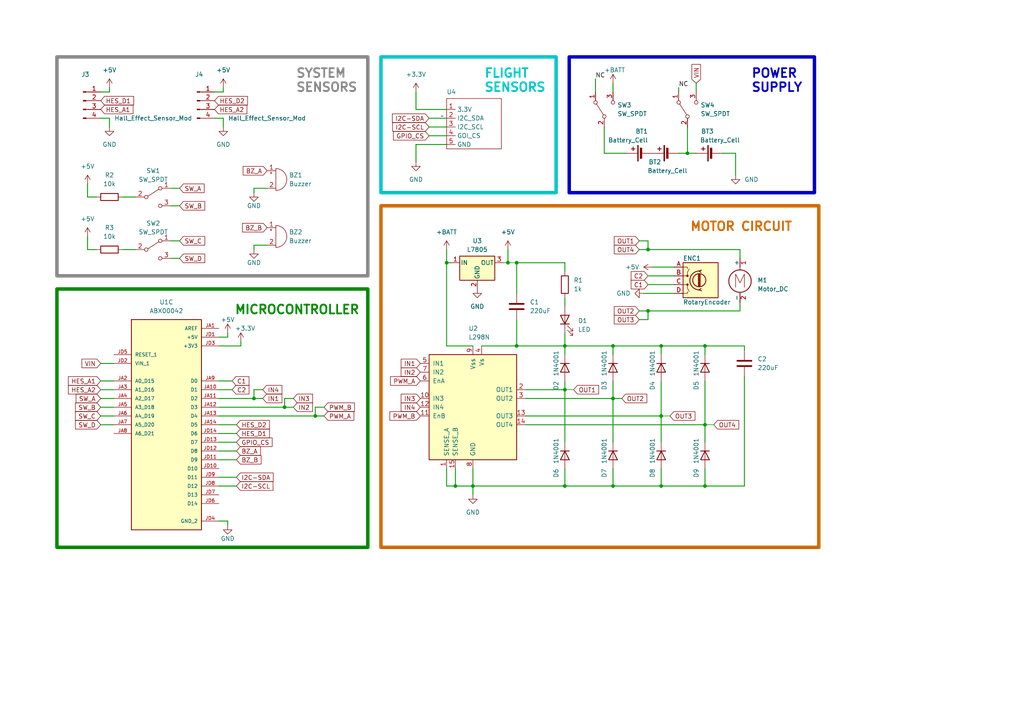
<source format=kicad_sch>
(kicad_sch (version 20230121) (generator eeschema)
  (paper "A4")
  (lib_symbols
    (symbol "ABX00042_1" (pin_names (offset 1.016))
      (property "Reference" "U" (at -20.32 52.07 0))
      (property "Value" "ABX00042" (at -20.32 -53.34 0))
      (symbol "ABX00042_1_1_0"
        (pin input line (at -25.4 38.1 0) (length 5.08) (name "ETH_A+") (number "J1_1"))
        (pin bidirectional line (at 25.4 38.1 180) (length 5.08) (name "DSI_D1+") (number "J1_10"))
        (pin no_connect line (at 25.4 -43.18 180) (length 5.08) (name "NC") (number "J1_11"))
        (pin bidirectional line (at 25.4 35.56 180) (length 5.08) (name "DSI_D1-") (number "J1_12"))
        (pin no_connect line (at 25.4 -43.18 180) (length 5.08) (name "NC") (number "J1_13"))
        (pin bidirectional line (at 25.4 33.02 180) (length 5.08) (name "DSI_D0+") (number "J1_14"))
        (pin no_connect line (at 25.4 -43.18 180) (length 5.08) (name "NC") (number "J1_15"))
        (pin bidirectional line (at 25.4 30.48 180) (length 5.08) (name "DSI_D0-") (number "J1_16"))
        (pin output line (at -25.4 27.94 0) (length 5.08) (name "ETH_L1") (number "J1_17"))
        (pin bidirectional line (at 25.4 27.94 180) (length 5.08) (name "DSI_CK+") (number "J1_18"))
        (pin output line (at -25.4 25.4 0) (length 5.08) (name "ETH_L2") (number "J1_19"))
        (pin no_connect line (at 25.4 -43.18 180) (length 5.08) (name "NC") (number "J1_2"))
        (pin bidirectional line (at 25.4 25.4 180) (length 5.08) (name "DSI_CK-") (number "J1_20"))
        (pin input line (at -25.4 43.18 0) (length 5.08) (name "VIN") (number "J1_21"))
        (pin power_in line (at 25.4 -48.26 180) (length 5.08) (name "GND") (number "J1_22"))
        (pin power_in line (at -25.4 20.32 0) (length 5.08) (name "USB1_VBUS") (number "J1_23"))
        (pin no_connect line (at 25.4 -43.18 180) (length 5.08) (name "NC") (number "J1_24"))
        (pin bidirectional line (at -25.4 17.78 0) (length 5.08) (name "USB1_D+") (number "J1_25"))
        (pin bidirectional line (at 25.4 20.32 180) (length 5.08) (name "USB0_D+") (number "J1_26"))
        (pin bidirectional line (at -25.4 15.24 0) (length 5.08) (name "USB1_D-") (number "J1_27"))
        (pin bidirectional line (at 25.4 17.78 180) (length 5.08) (name "USB0_D-") (number "J1_28"))
        (pin bidirectional line (at -25.4 12.7 0) (length 5.08) (name "USB1_ID") (number "J1_29"))
        (pin input line (at -25.4 35.56 0) (length 5.08) (name "ETH_A-") (number "J1_3"))
        (pin no_connect line (at 25.4 -43.18 180) (length 5.08) (name "NC") (number "J1_30"))
        (pin power_in line (at 25.4 -48.26 180) (length 5.08) (name "GND") (number "J1_31"))
        (pin input line (at -25.4 43.18 0) (length 5.08) (name "VIN") (number "J1_32"))
        (pin output line (at -25.4 7.62 0) (length 5.08) (name "UART1_TX") (number "J1_33"))
        (pin output line (at 25.4 7.62 180) (length 5.08) (name "UART0_TX") (number "J1_34"))
        (pin input line (at -25.4 5.08 0) (length 5.08) (name "UART1_RX") (number "J1_35"))
        (pin input line (at 25.4 5.08 180) (length 5.08) (name "UART0_RX") (number "J1_36"))
        (pin bidirectional line (at -25.4 2.54 0) (length 5.08) (name "UART1_RTS") (number "J1_37"))
        (pin bidirectional line (at 25.4 2.54 180) (length 5.08) (name "UART0_RTS") (number "J1_38"))
        (pin bidirectional line (at -25.4 0 0) (length 5.08) (name "UART1_CTS") (number "J1_39"))
        (pin no_connect line (at 25.4 -43.18 180) (length 5.08) (name "NC") (number "J1_4"))
        (pin bidirectional line (at 25.4 0 180) (length 5.08) (name "UART0_CTS") (number "J1_40"))
        (pin input line (at -25.4 43.18 0) (length 5.08) (name "VIN") (number "J1_41"))
        (pin power_in line (at 25.4 -48.26 180) (length 5.08) (name "GND") (number "J1_42"))
        (pin bidirectional line (at -25.4 -5.08 0) (length 5.08) (name "I2C1_SDA") (number "J1_43"))
        (pin bidirectional line (at 25.4 -5.08 180) (length 5.08) (name "I2C0_SDA") (number "J1_44"))
        (pin input line (at -25.4 -7.62 0) (length 5.08) (name "I2C1_SCL") (number "J1_45"))
        (pin input line (at 25.4 -7.62 180) (length 5.08) (name "I2C0_SCL") (number "J1_46"))
        (pin power_in line (at 25.4 -48.26 180) (length 5.08) (name "GND") (number "J1_47"))
        (pin input line (at -25.4 43.18 0) (length 5.08) (name "VIN") (number "J1_48"))
        (pin output line (at -25.4 -12.7 0) (length 5.08) (name "CAN1_TX") (number "J1_49"))
        (pin input line (at -25.4 33.02 0) (length 5.08) (name "ETH_B+") (number "J1_5"))
        (pin no_connect line (at 25.4 -43.18 180) (length 5.08) (name "NC") (number "J1_50"))
        (pin input line (at -25.4 -15.24 0) (length 5.08) (name "CAN1_RX") (number "J1_51"))
        (pin no_connect line (at 25.4 -43.18 180) (length 5.08) (name "NC") (number "J1_52"))
        (pin power_in line (at 25.4 45.72 180) (length 5.08) (name "VSYS") (number "J1_53"))
        (pin power_in line (at 25.4 -48.26 180) (length 5.08) (name "GND") (number "J1_54"))
        (pin input line (at -25.4 -20.32 0) (length 5.08) (name "SDC_CLK") (number "J1_55"))
        (pin bidirectional line (at 25.4 -20.32 180) (length 5.08) (name "I2S_MCK") (number "J1_56"))
        (pin input line (at -25.4 -22.86 0) (length 5.08) (name "SDC_CMD") (number "J1_57"))
        (pin bidirectional line (at 25.4 -22.86 180) (length 5.08) (name "I2S_WS") (number "J1_58"))
        (pin bidirectional line (at -25.4 -25.4 0) (length 5.08) (name "SDC_D0") (number "J1_59"))
        (pin no_connect line (at 25.4 -43.18 180) (length 5.08) (name "NC") (number "J1_6"))
        (pin input line (at 25.4 -25.4 180) (length 5.08) (name "I2S_DI") (number "J1_60"))
        (pin bidirectional line (at -25.4 -27.94 0) (length 5.08) (name "SDC_D1") (number "J1_61"))
        (pin output line (at 25.4 -27.94 180) (length 5.08) (name "I2S_DO") (number "J1_62"))
        (pin bidirectional line (at -25.4 -30.48 0) (length 5.08) (name "SDC_D2") (number "J1_63"))
        (pin power_in line (at 25.4 45.72 180) (length 5.08) (name "VSYS") (number "J1_64"))
        (pin bidirectional line (at -25.4 -33.02 0) (length 5.08) (name "SDC_D3") (number "J1_65"))
        (pin bidirectional line (at 25.4 -33.02 180) (length 5.08) (name "DMIC_CK") (number "J1_66"))
        (pin no_connect line (at 25.4 -43.18 180) (length 5.08) (name "NC") (number "J1_67"))
        (pin bidirectional line (at 25.4 -35.56 180) (length 5.08) (name "DMIC_D0") (number "J1_68"))
        (pin no_connect line (at 25.4 -43.18 180) (length 5.08) (name "NC") (number "J1_69"))
        (pin input line (at -25.4 30.48 0) (length 5.08) (name "ETH_B-") (number "J1_7"))
        (pin no_connect line (at 25.4 -43.18 180) (length 5.08) (name "NC") (number "J1_70"))
        (pin no_connect line (at 25.4 -43.18 180) (length 5.08) (name "NC") (number "J1_71"))
        (pin power_in line (at 25.4 48.26 180) (length 5.08) (name "V-SDCARD") (number "J1_72"))
        (pin input line (at -25.4 -38.1 0) (length 5.08) (name "~{RESET}") (number "J1_73"))
        (pin no_connect line (at 25.4 -43.18 180) (length 5.08) (name "NC") (number "J1_74"))
        (pin bidirectional line (at -25.4 -40.64 0) (length 5.08) (name "SWDIO") (number "J1_75"))
        (pin no_connect line (at 25.4 -43.18 180) (length 5.08) (name "NC") (number "J1_76"))
        (pin input line (at -25.4 -43.18 0) (length 5.08) (name "SWCK") (number "J1_77"))
        (pin no_connect line (at 25.4 -43.18 180) (length 5.08) (name "NC") (number "J1_78"))
        (pin output line (at -25.4 -45.72 0) (length 5.08) (name "SWO") (number "J1_79"))
        (pin no_connect line (at 25.4 -43.18 180) (length 5.08) (name "NC") (number "J1_8"))
        (pin no_connect line (at 25.4 -43.18 180) (length 5.08) (name "NC") (number "J1_80"))
        (pin no_connect line (at 25.4 -43.18 180) (length 5.08) (name "NC") (number "J1_9"))
      )
      (symbol "ABX00042_1_2_0"
        (pin input line (at -25.4 38.1 0) (length 5.08) (name "FORCE_BOOTLOADER") (number "J2_1"))
        (pin bidirectional line (at 25.4 27.94 180) (length 5.08) (name "CAM_D3") (number "J2_10"))
        (pin no_connect line (at 25.4 -40.64 180) (length 5.08) (name "NC_1") (number "J2_11"))
        (pin bidirectional line (at 25.4 25.4 180) (length 5.08) (name "CAM_D2") (number "J2_12"))
        (pin no_connect line (at 25.4 -40.64 180) (length 5.08) (name "NC_1") (number "J2_13"))
        (pin bidirectional line (at 25.4 22.86 180) (length 5.08) (name "CAM_D1") (number "J2_14"))
        (pin no_connect line (at 25.4 -40.64 180) (length 5.08) (name "NC_1") (number "J2_15"))
        (pin bidirectional line (at 25.4 20.32 180) (length 5.08) (name "CAM_D0") (number "J2_16"))
        (pin no_connect line (at 25.4 -40.64 180) (length 5.08) (name "NC_1") (number "J2_17"))
        (pin bidirectional line (at 25.4 17.78 180) (length 5.08) (name "CAM_VS") (number "J2_18"))
        (pin no_connect line (at 25.4 -40.64 180) (length 5.08) (name "NC_1") (number "J2_19"))
        (pin bidirectional line (at 25.4 38.1 180) (length 5.08) (name "CAM_D7") (number "J2_2"))
        (pin bidirectional line (at 25.4 15.24 180) (length 5.08) (name "CAM_CLK") (number "J2_20"))
        (pin no_connect line (at 25.4 -40.64 180) (length 5.08) (name "NC_1") (number "J2_21"))
        (pin bidirectional line (at 25.4 12.7 180) (length 5.08) (name "CAM_HS") (number "J2_22"))
        (pin power_in line (at 25.4 43.18 180) (length 5.08) (name "VCC/+3V3") (number "J2_23"))
        (pin power_in line (at 25.4 -45.72 180) (length 5.08) (name "GND_1") (number "J2_24"))
        (pin output line (at -25.4 25.4 0) (length 5.08) (name "UART3_TX") (number "J2_25"))
        (pin output line (at 25.4 7.62 180) (length 5.08) (name "UART2_TX") (number "J2_26"))
        (pin input line (at -25.4 22.86 0) (length 5.08) (name "UART3_RX") (number "J2_27"))
        (pin input line (at 25.4 5.08 180) (length 5.08) (name "UART2_RX") (number "J2_28"))
        (pin no_connect line (at 25.4 -40.64 180) (length 5.08) (name "NC_1") (number "J2_29"))
        (pin input line (at -25.4 35.56 0) (length 5.08) (name "BOOT_SOURCE") (number "J2_3"))
        (pin no_connect line (at 25.4 -40.64 180) (length 5.08) (name "NC_1") (number "J2_30"))
        (pin no_connect line (at 25.4 -40.64 180) (length 5.08) (name "NC_1") (number "J2_31"))
        (pin no_connect line (at 25.4 -40.64 180) (length 5.08) (name "NC_1") (number "J2_32"))
        (pin power_in line (at 25.4 -45.72 180) (length 5.08) (name "GND_1") (number "J2_33"))
        (pin power_in line (at 25.4 45.72 180) (length 5.08) (name "VCC") (number "J2_34"))
        (pin no_connect line (at 25.4 -40.64 180) (length 5.08) (name "NC_1") (number "J2_35"))
        (pin input line (at 25.4 0 180) (length 5.08) (name "SPI1_CS") (number "J2_36"))
        (pin no_connect line (at 25.4 -40.64 180) (length 5.08) (name "NC_1") (number "J2_37"))
        (pin input line (at 25.4 -2.54 180) (length 5.08) (name "SPI1_CK") (number "J2_38"))
        (pin no_connect line (at 25.4 -40.64 180) (length 5.08) (name "NC_1") (number "J2_39"))
        (pin bidirectional line (at 25.4 35.56 180) (length 5.08) (name "CAM_D6") (number "J2_4"))
        (pin output line (at 25.4 -5.08 180) (length 5.08) (name "SPI1_MISO") (number "J2_40"))
        (pin no_connect line (at 25.4 -40.64 180) (length 5.08) (name "NC_1") (number "J2_41"))
        (pin input line (at 25.4 -7.62 180) (length 5.08) (name "SPI1_MOSI") (number "J2_42"))
        (pin power_in line (at 25.4 43.18 180) (length 5.08) (name "VCC/+3V3") (number "J2_43"))
        (pin power_in line (at 25.4 -45.72 180) (length 5.08) (name "GND_1") (number "J2_44"))
        (pin bidirectional line (at -25.4 17.78 0) (length 5.08) (name "I2C2_SDA") (number "J2_45"))
        (pin bidirectional line (at -25.4 -27.94 0) (length 5.08) (name "GPIO_0") (number "J2_46"))
        (pin input line (at -25.4 15.24 0) (length 5.08) (name "I2C2_SCL") (number "J2_47"))
        (pin bidirectional line (at -25.4 -30.48 0) (length 5.08) (name "GPIO_1") (number "J2_48"))
        (pin input line (at -25.4 10.16 0) (length 5.08) (name "SAI_CK") (number "J2_49"))
        (pin input line (at -25.4 33.02 0) (length 5.08) (name "POWER_ON_REQ") (number "J2_5"))
        (pin bidirectional line (at -25.4 -33.02 0) (length 5.08) (name "GPIO_2") (number "J2_50"))
        (pin bidirectional line (at -25.4 7.62 0) (length 5.08) (name "SAI_FS") (number "J2_51"))
        (pin bidirectional line (at -25.4 -35.56 0) (length 5.08) (name "GPIO_3") (number "J2_52"))
        (pin bidirectional line (at -25.4 5.08 0) (length 5.08) (name "SAI_D0") (number "J2_53"))
        (pin bidirectional line (at -25.4 -38.1 0) (length 5.08) (name "GPIO_4") (number "J2_54"))
        (pin no_connect line (at 25.4 -40.64 180) (length 5.08) (name "NC_1") (number "J2_55"))
        (pin bidirectional line (at -25.4 -40.64 0) (length 5.08) (name "GPIO_5") (number "J2_56"))
        (pin power_in line (at 25.4 -45.72 180) (length 5.08) (name "GND_1") (number "J2_57"))
        (pin bidirectional line (at -25.4 -43.18 0) (length 5.08) (name "GPIO_6") (number "J2_58"))
        (pin bidirectional line (at 25.4 -12.7 180) (length 5.08) (name "PWM_1") (number "J2_59"))
        (pin bidirectional line (at 25.4 33.02 180) (length 5.08) (name "CAM_D5") (number "J2_6"))
        (pin bidirectional line (at 25.4 -25.4 180) (length 5.08) (name "PWM_6") (number "J2_60"))
        (pin bidirectional line (at 25.4 -15.24 180) (length 5.08) (name "PWM_2") (number "J2_61"))
        (pin bidirectional line (at 25.4 -27.94 180) (length 5.08) (name "PWM_7") (number "J2_62"))
        (pin bidirectional line (at 25.4 -17.78 180) (length 5.08) (name "PWM_3") (number "J2_63"))
        (pin bidirectional line (at 25.4 -30.48 180) (length 5.08) (name "PWM_8") (number "J2_64"))
        (pin bidirectional line (at 25.4 -20.32 180) (length 5.08) (name "PWM_4") (number "J2_65"))
        (pin bidirectional line (at 25.4 -33.02 180) (length 5.08) (name "PWM_9") (number "J2_66"))
        (pin bidirectional line (at 25.4 -22.86 180) (length 5.08) (name "PWM_5") (number "J2_67"))
        (pin bidirectional line (at 25.4 -35.56 180) (length 5.08) (name "PWM_10") (number "J2_68"))
        (pin power_in line (at 25.4 43.18 180) (length 5.08) (name "VCC/+3V3") (number "J2_69"))
        (pin input line (at -25.4 30.48 0) (length 5.08) (name "COINCELL") (number "J2_7"))
        (pin power_in line (at 25.4 -45.72 180) (length 5.08) (name "GND_1") (number "J2_70"))
        (pin input line (at -25.4 0 0) (length 5.08) (name "ADC_VREF+") (number "J2_71"))
        (pin input line (at -25.4 -2.54 0) (length 5.08) (name "ADC_VREF-") (number "J2_72"))
        (pin input line (at -25.4 -5.08 0) (length 5.08) (name "ADC_A0") (number "J2_73"))
        (pin input line (at -25.4 -15.24 0) (length 5.08) (name "ADC_A4") (number "J2_74"))
        (pin input line (at -25.4 -7.62 0) (length 5.08) (name "ADC_A1") (number "J2_75"))
        (pin input line (at -25.4 -17.78 0) (length 5.08) (name "ADC_A5") (number "J2_76"))
        (pin input line (at -25.4 -10.16 0) (length 5.08) (name "ADC_A2") (number "J2_77"))
        (pin input line (at -25.4 -20.32 0) (length 5.08) (name "ADC_A6") (number "J2_78"))
        (pin input line (at -25.4 -12.7 0) (length 5.08) (name "ADC_A3") (number "J2_79"))
        (pin bidirectional line (at 25.4 30.48 180) (length 5.08) (name "CAM_D4") (number "J2_8"))
        (pin input line (at -25.4 -22.86 0) (length 5.08) (name "ADC_A7") (number "J2_80"))
        (pin no_connect line (at 25.4 -40.64 180) (length 5.08) (name "NC_1") (number "J2_9"))
      )
      (symbol "ABX00042_1_3_0"
        (pin power_in line (at 15.24 27.94 180) (length 5.08) (name "AREF") (number "JA1"))
        (pin bidirectional line (at 15.24 10.16 180) (length 5.08) (name "D1") (number "JA10"))
        (pin bidirectional line (at 15.24 7.62 180) (length 5.08) (name "D2") (number "JA11"))
        (pin bidirectional line (at 15.24 5.08 180) (length 5.08) (name "D3") (number "JA12"))
        (pin bidirectional line (at 15.24 2.54 180) (length 5.08) (name "D4") (number "JA13"))
        (pin bidirectional line (at 15.24 0 180) (length 5.08) (name "D5") (number "JA14"))
        (pin bidirectional line (at -15.24 12.7 0) (length 5.08) (name "A0_D15") (number "JA2"))
        (pin bidirectional line (at -15.24 10.16 0) (length 5.08) (name "A1_D16") (number "JA3"))
        (pin bidirectional line (at -15.24 7.62 0) (length 5.08) (name "A2_D17") (number "JA4"))
        (pin bidirectional line (at -15.24 5.08 0) (length 5.08) (name "A3_D18") (number "JA5"))
        (pin bidirectional line (at -15.24 2.54 0) (length 5.08) (name "A4_D19") (number "JA6"))
        (pin bidirectional line (at -15.24 0 0) (length 5.08) (name "A5_D20") (number "JA7"))
        (pin bidirectional line (at -15.24 -2.54 0) (length 5.08) (name "A6_D21") (number "JA8"))
        (pin bidirectional line (at 15.24 12.7 180) (length 5.08) (name "D0") (number "JA9"))
        (pin power_in line (at 15.24 25.4 180) (length 5.08) (name "+5V") (number "JD1"))
        (pin bidirectional line (at 15.24 -12.7 180) (length 5.08) (name "D10") (number "JD10"))
        (pin bidirectional line (at 15.24 -10.16 180) (length 5.08) (name "D9") (number "JD11"))
        (pin bidirectional line (at 15.24 -7.62 180) (length 5.08) (name "D8") (number "JD12"))
        (pin bidirectional line (at 15.24 -5.08 180) (length 5.08) (name "D7") (number "JD13"))
        (pin bidirectional line (at 15.24 -2.54 180) (length 5.08) (name "D6") (number "JD14"))
        (pin input line (at -15.24 17.78 0) (length 5.08) (name "VIN_1") (number "JD2"))
        (pin power_in line (at 15.24 22.86 180) (length 5.08) (name "+3V3") (number "JD3"))
        (pin power_in line (at 15.24 -27.94 180) (length 5.08) (name "GND_2") (number "JD4"))
        (pin input line (at -15.24 20.32 0) (length 5.08) (name "RESET_1") (number "JD5"))
        (pin bidirectional line (at 15.24 -22.86 180) (length 5.08) (name "D14") (number "JD6"))
        (pin bidirectional line (at 15.24 -20.32 180) (length 5.08) (name "D13") (number "JD7"))
        (pin bidirectional line (at 15.24 -17.78 180) (length 5.08) (name "D12") (number "JD8"))
        (pin bidirectional line (at 15.24 -15.24 180) (length 5.08) (name "D11") (number "JD9"))
      )
    )
    (symbol "Connector:Conn_01x04_Pin" (pin_names (offset 1.016) hide)
      (property "Reference" "J" (at 0 5.08 0))
      (property "Value" "Conn_01x04_Pin" (at 0 -7.62 0))
      (symbol "Conn_01x04_Pin_1_1"
        (pin passive line (at 5.08 2.54 180) (length 3.81) (name "Pin_1") (number "1"))
        (pin passive line (at 5.08 0 180) (length 3.81) (name "Pin_2") (number "2"))
        (pin passive line (at 5.08 -2.54 180) (length 3.81) (name "Pin_3") (number "3"))
        (pin passive line (at 5.08 -5.08 180) (length 3.81) (name "Pin_4") (number "4"))
      )
    )
    (symbol "Device:Battery_Cell" (pin_numbers hide) (pin_names (offset 0) hide)
      (property "Reference" "BT" (at 2.54 2.54 0))
      (property "Value" "Battery_Cell" (at 2.54 0 0))
      (symbol "Battery_Cell_1_1"
        (pin passive line (at 0 5.08 270) (length 2.54) (name "+") (number "1"))
        (pin passive line (at 0 -2.54 90) (length 2.54) (name "-") (number "2"))
      )
    )
    (symbol "Device:Buzzer" (pin_names (offset 0.0254) hide)
      (property "Reference" "BZ" (at 3.81 1.27 0))
      (property "Value" "Buzzer" (at 3.81 -1.27 0))
      (symbol "Buzzer_1_1"
        (pin passive line (at -2.54 2.54 0) (length 2.54) (name "-") (number "1"))
        (pin passive line (at -2.54 -2.54 0) (length 2.54) (name "+") (number "2"))
      )
    )
    (symbol "Device:C" (pin_numbers hide) (pin_names (offset 0.254))
      (property "Reference" "C" (at 0.635 2.54 0))
      (property "Value" "C" (at 0.635 -2.54 0))
      (symbol "C_1_1"
        (pin passive line (at 0 3.81 270) (length 2.794) (name "~") (number "1"))
        (pin passive line (at 0 -3.81 90) (length 2.794) (name "~") (number "2"))
      )
    )
    (symbol "Device:LED" (pin_numbers hide) (pin_names (offset 1.016) hide)
      (property "Reference" "D" (at 0 2.54 0))
      (property "Value" "LED" (at 0 -2.54 0))
      (symbol "LED_1_1"
        (pin passive line (at -3.81 0 0) (length 2.54) (name "K") (number "1"))
        (pin passive line (at 3.81 0 180) (length 2.54) (name "A") (number "2"))
      )
    )
    (symbol "Device:R" (pin_numbers hide) (pin_names (offset 0))
      (property "Reference" "R" (at 2.032 0 90))
      (property "Value" "R" (at 0 0 90))
      (symbol "R_1_1"
        (pin passive line (at 0 3.81 270) (length 1.27) (name "~") (number "1"))
        (pin passive line (at 0 -3.81 90) (length 1.27) (name "~") (number "2"))
      )
    )
    (symbol "Device:RotaryEncoder" (pin_names (offset 0.254) hide)
      (property "Reference" "SW1" (at -5.08 6.35 0))
      (property "Value" "RotaryEncoder" (at -5.08 -6.35 0))
      (symbol "RotaryEncoder_1_1"
        (pin passive line (at -7.62 3.81 0) (length 2.54) (name "VCC") (number "A"))
        (pin passive line (at -7.62 1.27 0) (length 2.54) (name "C2") (number "B"))
        (pin passive line (at -7.62 -1.27 0) (length 2.54) (name "C1") (number "C"))
        (pin passive line (at -7.62 -3.81 0) (length 2.54) (name "GND") (number "D"))
      )
    )
    (symbol "Diode:1N4001" (pin_numbers hide) (pin_names hide)
      (property "Reference" "D" (at 0 2.54 0))
      (property "Value" "1N4001" (at 0 -2.54 0))
      (symbol "1N4001_1_1"
        (pin passive line (at -3.81 0 0) (length 2.54) (name "K") (number "1"))
        (pin passive line (at 3.81 0 180) (length 2.54) (name "A") (number "2"))
      )
    )
    (symbol "Driver_Motor:L298N" (pin_names (offset 1.016))
      (property "Reference" "U" (at -10.16 16.51 0))
      (property "Value" "L298N" (at 12.7 16.51 0))
      (symbol "L298N_1_1"
        (pin power_in line (at -7.62 -17.78 90) (length 2.54) (name "SENSE_A") (number "1"))
        (pin input line (at -15.24 2.54 0) (length 2.54) (name "IN3") (number "10"))
        (pin input line (at -15.24 -2.54 0) (length 2.54) (name "EnB") (number "11"))
        (pin input line (at -15.24 0 0) (length 2.54) (name "IN4") (number "12"))
        (pin output line (at 15.24 -2.54 180) (length 2.54) (name "OUT3") (number "13"))
        (pin output line (at 15.24 -5.08 180) (length 2.54) (name "OUT4") (number "14"))
        (pin power_in line (at -5.08 -17.78 90) (length 2.54) (name "SENSE_B") (number "15"))
        (pin output line (at 15.24 5.08 180) (length 2.54) (name "OUT1") (number "2"))
        (pin output line (at 15.24 2.54 180) (length 2.54) (name "OUT2") (number "3"))
        (pin power_in line (at 2.54 17.78 270) (length 2.54) (name "Vs") (number "4"))
        (pin input line (at -15.24 12.7 0) (length 2.54) (name "IN1") (number "5"))
        (pin input line (at -15.24 7.62 0) (length 2.54) (name "EnA") (number "6"))
        (pin input line (at -15.24 10.16 0) (length 2.54) (name "IN2") (number "7"))
        (pin power_in line (at 0 -17.78 90) (length 2.54) (name "GND") (number "8"))
        (pin power_in line (at 0 17.78 270) (length 2.54) (name "Vss") (number "9"))
      )
    )
    (symbol "Motor:Motor_DC" (pin_names (offset 0))
      (property "Reference" "M" (at 2.54 2.54 0))
      (property "Value" "Motor_DC" (at 2.54 -5.08 0))
      (symbol "Motor_DC_1_1"
        (pin passive line (at 0 5.08 270) (length 2.54) (name "+") (number "1"))
        (pin passive line (at 0 -7.62 90) (length 2.54) (name "-") (number "2"))
      )
    )
    (symbol "Regulator_Linear:L7805" (pin_names (offset 0.254))
      (property "Reference" "U" (at -3.81 3.175 0))
      (property "Value" "L7805" (at 0 3.175 0))
      (symbol "L7805_1_1"
        (pin power_in line (at -7.62 0 0) (length 2.54) (name "IN") (number "1"))
        (pin power_in line (at 0 -7.62 90) (length 2.54) (name "GND") (number "2"))
        (pin power_out line (at 7.62 0 180) (length 2.54) (name "OUT") (number "3"))
      )
    )
    (symbol "Switch:SW_SPDT" (pin_names (offset 0) hide)
      (property "Reference" "SW" (at 0 4.318 0))
      (property "Value" "SW_SPDT" (at 0 -5.08 0))
      (symbol "SW_SPDT_1_1"
        (pin passive line (at 5.08 2.54 180) (length 2.54) (name "A") (number "1"))
        (pin passive line (at -5.08 0 0) (length 2.54) (name "B") (number "2"))
        (pin passive line (at 5.08 -2.54 180) (length 2.54) (name "C") (number "3"))
      )
    )
    (symbol "custom:NICLA_SENSE_ME"
      (property "Reference" "U" (at 0 6.35 0))
      (symbol "NICLA_SENSE_ME_1_1"
        (pin power_in line (at 1.27 1.905 0) (length 2.54) (name "3.3V") (number "1"))
        (pin bidirectional line (at 1.27 -0.635 0) (length 2.54) (name "I2C_SDA") (number "2"))
        (pin bidirectional line (at 1.27 -3.175 0) (length 2.54) (name "I2C_SCL") (number "3"))
        (pin input line (at 1.27 -5.715 0) (length 2.54) (name "GOI_CS") (number "4"))
        (pin passive line (at 1.27 -8.255 0) (length 2.54) (name "GND") (number "5"))
      )
    )
    (symbol "power:+3.3V" (power) (pin_names (offset 0))
      (property "Value" "+3.3V" (at 0 3.556 0))
      (symbol "+3.3V_1_1"
        (pin power_in line (at 0 0 90) (length 0) hide (name "+3.3V") (number "1"))
      )
    )
    (symbol "power:+5V" (power) (pin_names (offset 0))
      (property "Value" "+5V" (at 0 3.556 0))
      (symbol "+5V_1_1"
        (pin power_in line (at 0 0 90) (length 0) hide (name "+5V") (number "1"))
      )
    )
    (symbol "power:+BATT" (power) (pin_names (offset 0))
      (property "Value" "+BATT" (at 0 3.556 0))
      (symbol "+BATT_1_1"
        (pin power_in line (at 0 0 90) (length 0) hide (name "+BATT") (number "1"))
      )
    )
    (symbol "power:GND" (power) (pin_names (offset 0))
      (property "Value" "GND" (at 0 -3.81 0))
      (symbol "GND_1_1"
        (pin power_in line (at 0 0 270) (length 0) hide (name "GND") (number "1"))
      )
    )
  )
  (junction (at 204.47 123.19))
  (junction (at 177.8 100.33))
  (junction (at 73.66 115.57))
  (junction (at 132.08 140.97))
  (junction (at 149.86 76.2))
  (junction (at 149.86 100.33))
  (junction (at 191.77 100.33))
  (junction (at 204.47 140.97))
  (junction (at 137.16 140.97))
  (junction (at 163.83 113.03))
  (junction (at 91.44 120.65))
  (junction (at 129.54 76.2))
  (junction (at 204.47 100.33))
  (junction (at 147.32 76.2))
  (junction (at 191.77 120.65))
  (junction (at 191.77 140.97))
  (junction (at 177.8 140.97))
  (junction (at 163.83 140.97))
  (junction (at 163.83 100.33))
  (junction (at 82.55 118.11))
  (junction (at 199.39 44.45))
  (junction (at 187.96 90.17))
  (junction (at 187.96 72.39))
  (junction (at 177.8 115.57))
  (wire (pts (xy 73.66 54.61) (xy 77.47 54.61)) (stroke (width 0.25)))
  (wire (pts (xy 163.83 113.03) (xy 163.83 128.27)) (stroke (width 0.25)))
  (wire (pts (xy 185.42 72.39) (xy 187.96 72.39)) (stroke (width 0.25)))
  (wire (pts (xy 163.83 96.52) (xy 163.83 100.33)) (stroke (width 0.25)))
  (wire (pts (xy 214.63 72.39) (xy 214.63 74.93)) (stroke (width 0.25)))
  (wire (pts (xy 68.58 128.27) (xy 63.5 128.27)) (stroke (width 0.25)))
  (wire (pts (xy 185.42 92.71) (xy 187.96 92.71)) (stroke (width 0.25)))
  (wire (pts (xy 199.39 44.45) (xy 201.93 44.45)) (stroke (width 0.25)))
  (wire (pts (xy 73.66 113.03) (xy 73.66 115.57)) (stroke (width 0.25)))
  (wire (pts (xy 124.46 39.37) (xy 129.54 39.37)) (stroke (width 0.25)))
  (wire (pts (xy 177.8 100.33) (xy 177.8 102.87)) (stroke (width 0.25)))
  (wire (pts (xy 68.58 123.19) (xy 63.5 123.19)) (stroke (width 0.25)))
  (wire (pts (xy 147.32 76.2) (xy 146.05 76.2)))
  (wire (pts (xy 191.77 100.33) (xy 204.47 100.33)) (stroke (width 0.25)))
  (wire (pts (xy 199.39 36.83) (xy 199.39 44.45)) (stroke (width 0.25)))
  (wire (pts (xy 69.85 100.33) (xy 69.85 99.06)) (stroke (width 0.25)))
  (wire (pts (xy 124.46 36.83) (xy 129.54 36.83)) (stroke (width 0.25)))
  (wire (pts (xy 187.96 90.17) (xy 214.63 90.17)) (stroke (width 0.25)))
  (wire (pts (xy 163.83 78.74) (xy 163.83 76.2)) (stroke (width 0.25)))
  (wire (pts (xy 149.86 76.2) (xy 149.86 85.09)) (stroke (width 0.25)))
  (wire (pts (xy 49.53 59.69) (xy 52.07 59.69)) (stroke (width 0.25)))
  (wire (pts (xy 177.8 135.89) (xy 177.8 140.97)) (stroke (width 0.25)))
  (wire (pts (xy 29.21 115.57) (xy 33.02 115.57)) (stroke (width 0.25)))
  (wire (pts (xy 29.21 110.49) (xy 33.02 110.49)) (stroke (width 0.25)))
  (wire (pts (xy 68.58 130.81) (xy 63.5 130.81)) (stroke (width 0.25)))
  (wire (pts (xy 64.77 26.67) (xy 64.77 25.4)) (stroke (width 0.25)))
  (wire (pts (xy 204.47 140.97) (xy 191.77 140.97)) (stroke (width 0.25)))
  (wire (pts (xy 185.42 69.85) (xy 187.96 69.85)) (stroke (width 0.25)))
  (wire (pts (xy 199.39 44.45) (xy 196.85 44.45)))
  (wire (pts (xy 196.85 25.4) (xy 196.85 26.67)) (stroke (width 0.25)))
  (wire (pts (xy 189.23 77.47) (xy 195.58 77.47)) (stroke (width 0.25)))
  (wire (pts (xy 29.21 34.29) (xy 31.75 34.29)) (stroke (width 0.25)))
  (wire (pts (xy 214.63 87.63) (xy 214.63 90.17)) (stroke (width 0.25)))
  (wire (pts (xy 191.77 120.65) (xy 191.77 128.27)) (stroke (width 0.25)))
  (wire (pts (xy 29.21 105.41) (xy 33.02 105.41)) (stroke (width 0.25)))
  (wire (pts (xy 73.66 115.57) (xy 76.2 115.57)) (stroke (width 0.25)))
  (wire (pts (xy 73.66 71.12) (xy 77.47 71.12)) (stroke (width 0.25)))
  (wire (pts (xy 76.2 113.03) (xy 73.66 113.03)) (stroke (width 0.25)))
  (wire (pts (xy 215.9 109.22) (xy 215.9 140.97)) (stroke (width 0.25)))
  (wire (pts (xy 163.83 100.33) (xy 149.86 100.33)) (stroke (width 0.25)))
  (wire (pts (xy 120.65 41.91) (xy 129.54 41.91)) (stroke (width 0.25)))
  (wire (pts (xy 68.58 125.73) (xy 63.5 125.73)) (stroke (width 0.25)))
  (wire (pts (xy 68.58 138.43) (xy 63.5 138.43)) (stroke (width 0.25)))
  (wire (pts (xy 215.9 101.6) (xy 215.9 100.33)) (stroke (width 0.25)))
  (wire (pts (xy 129.54 135.89) (xy 129.54 140.97)) (stroke (width 0.25)))
  (wire (pts (xy 129.54 100.33) (xy 129.54 76.2)) (stroke (width 0.25)))
  (wire (pts (xy 187.96 69.85) (xy 187.96 72.39)) (stroke (width 0.25)))
  (wire (pts (xy 120.65 31.75) (xy 129.54 31.75)) (stroke (width 0.25)))
  (wire (pts (xy 63.5 118.11) (xy 82.55 118.11)) (stroke (width 0.25)))
  (wire (pts (xy 201.93 26.67) (xy 201.93 24.13)) (stroke (width 0.25)))
  (wire (pts (xy 129.54 140.97) (xy 132.08 140.97)) (stroke (width 0.25)))
  (wire (pts (xy 186.69 85.09) (xy 195.58 85.09)) (stroke (width 0.25)))
  (wire (pts (xy 152.4 113.03) (xy 163.83 113.03)) (stroke (width 0.25)))
  (wire (pts (xy 187.96 80.01) (xy 195.58 80.01)) (stroke (width 0.25)))
  (wire (pts (xy 25.4 68.58) (xy 25.4 72.39)) (stroke (width 0.25)))
  (wire (pts (xy 177.8 110.49) (xy 177.8 115.57)) (stroke (width 0.25)))
  (wire (pts (xy 163.83 113.03) (xy 163.83 110.49)) (stroke (width 0.25)))
  (wire (pts (xy 175.26 44.45) (xy 181.61 44.45)) (stroke (width 0.25)))
  (wire (pts (xy 66.04 151.13) (xy 63.5 151.13)) (stroke (width 0.25)))
  (wire (pts (xy 172.72 22.86) (xy 172.72 26.67)) (stroke (width 0.25)))
  (wire (pts (xy 163.83 100.33) (xy 177.8 100.33)) (stroke (width 0.25)))
  (wire (pts (xy 177.8 26.67) (xy 177.8 24.13)) (stroke (width 0.25)))
  (wire (pts (xy 35.56 57.15) (xy 39.37 57.15)) (stroke (width 0.25)))
  (wire (pts (xy 175.26 36.83) (xy 175.26 44.45)) (stroke (width 0.25)))
  (wire (pts (xy 63.5 100.33) (xy 69.85 100.33)) (stroke (width 0.25)))
  (wire (pts (xy 35.56 72.39) (xy 39.37 72.39)) (stroke (width 0.25)))
  (wire (pts (xy 187.96 92.71) (xy 187.96 90.17)) (stroke (width 0.25)))
  (wire (pts (xy 29.21 123.19) (xy 33.02 123.19)) (stroke (width 0.25)))
  (wire (pts (xy 129.54 76.2) (xy 130.81 76.2)) (stroke (width 0.25)))
  (wire (pts (xy 29.21 26.67) (xy 31.75 26.67)) (stroke (width 0.25)))
  (wire (pts (xy 149.86 76.2) (xy 147.32 76.2)))
  (wire (pts (xy 191.77 135.89) (xy 191.77 140.97)) (stroke (width 0.25)))
  (wire (pts (xy 93.98 118.11) (xy 91.44 118.11)) (stroke (width 0.25)))
  (wire (pts (xy 137.16 135.89) (xy 137.16 140.97)) (stroke (width 0.25)))
  (wire (pts (xy 124.46 34.29) (xy 129.54 34.29)) (stroke (width 0.25)))
  (wire (pts (xy 191.77 100.33) (xy 191.77 102.87)) (stroke (width 0.25)))
  (wire (pts (xy 187.96 72.39) (xy 214.63 72.39)) (stroke (width 0.25)))
  (wire (pts (xy 191.77 110.49) (xy 191.77 120.65)) (stroke (width 0.25)))
  (wire (pts (xy 120.65 31.75) (xy 120.65 26.67)) (stroke (width 0.25)))
  (wire (pts (xy 25.4 53.34) (xy 25.4 57.15)) (stroke (width 0.25)))
  (wire (pts (xy 63.5 120.65) (xy 91.44 120.65)) (stroke (width 0.25)))
  (wire (pts (xy 204.47 123.19) (xy 204.47 128.27)) (stroke (width 0.25)))
  (wire (pts (xy 204.47 135.89) (xy 204.47 140.97)) (stroke (width 0.25)))
  (wire (pts (xy 149.86 92.71) (xy 149.86 100.33)) (stroke (width 0.25)))
  (wire (pts (xy 177.8 115.57) (xy 180.34 115.57)) (stroke (width 0.25)))
  (wire (pts (xy 66.04 96.52) (xy 66.04 97.79)) (stroke (width 0.25)))
  (wire (pts (xy 64.77 36.83) (xy 64.77 34.29)) (stroke (width 0.25)))
  (wire (pts (xy 73.66 71.12) (xy 73.66 72.39)) (stroke (width 0.25)))
  (wire (pts (xy 91.44 118.11) (xy 91.44 120.65)) (stroke (width 0.25)))
  (wire (pts (xy 137.16 140.97) (xy 132.08 140.97)) (stroke (width 0.25)))
  (wire (pts (xy 163.83 140.97) (xy 137.16 140.97)) (stroke (width 0.25)))
  (wire (pts (xy 163.83 102.87) (xy 163.83 100.33)) (stroke (width 0.25)))
  (wire (pts (xy 25.4 72.39) (xy 27.94 72.39)) (stroke (width 0.25)))
  (wire (pts (xy 82.55 115.57) (xy 82.55 118.11)) (stroke (width 0.25)))
  (wire (pts (xy 177.8 140.97) (xy 163.83 140.97)) (stroke (width 0.25)))
  (wire (pts (xy 49.53 74.93) (xy 52.07 74.93)) (stroke (width 0.25)))
  (wire (pts (xy 63.5 113.03) (xy 67.31 113.03)) (stroke (width 0.25)))
  (wire (pts (xy 215.9 100.33) (xy 204.47 100.33)) (stroke (width 0.25)))
  (wire (pts (xy 152.4 115.57) (xy 177.8 115.57)) (stroke (width 0.25)))
  (wire (pts (xy 185.42 90.17) (xy 187.96 90.17)) (stroke (width 0.25)))
  (wire (pts (xy 147.32 72.39) (xy 147.32 76.2)) (stroke (width 0.25)))
  (wire (pts (xy 213.36 50.8) (xy 213.36 44.45)) (stroke (width 0.25)))
  (wire (pts (xy 68.58 140.97) (xy 63.5 140.97)) (stroke (width 0.25)))
  (wire (pts (xy 187.96 82.55) (xy 195.58 82.55)) (stroke (width 0.25)))
  (wire (pts (xy 31.75 26.67) (xy 31.75 25.4)) (stroke (width 0.25)))
  (wire (pts (xy 213.36 44.45) (xy 209.55 44.45)) (stroke (width 0.25)))
  (wire (pts (xy 215.9 140.97) (xy 204.47 140.97)) (stroke (width 0.25)))
  (wire (pts (xy 139.7 100.33) (xy 149.86 100.33)) (stroke (width 0.25)))
  (wire (pts (xy 73.66 54.61) (xy 73.66 55.88)) (stroke (width 0.25)))
  (wire (pts (xy 66.04 152.4) (xy 66.04 151.13)) (stroke (width 0.25)))
  (wire (pts (xy 68.58 133.35) (xy 63.5 133.35)) (stroke (width 0.25)))
  (wire (pts (xy 49.53 54.61) (xy 52.07 54.61)) (stroke (width 0.25)))
  (wire (pts (xy 204.47 123.19) (xy 207.01 123.19)))
  (wire (pts (xy 62.23 26.67) (xy 64.77 26.67)) (stroke (width 0.25)))
  (wire (pts (xy 199.39 44.45) (xy 196.85 44.45)) (stroke (width 0.25)))
  (wire (pts (xy 191.77 120.65) (xy 194.31 120.65)))
  (wire (pts (xy 191.77 140.97) (xy 177.8 140.97)) (stroke (width 0.25)))
  (wire (pts (xy 166.37 113.03) (xy 163.83 113.03)))
  (wire (pts (xy 152.4 120.65) (xy 191.77 120.65)) (stroke (width 0.25)))
  (wire (pts (xy 91.44 120.65) (xy 93.98 120.65)) (stroke (width 0.25)))
  (wire (pts (xy 82.55 118.11) (xy 85.09 118.11)) (stroke (width 0.25)))
  (wire (pts (xy 163.83 135.89) (xy 163.83 140.97)) (stroke (width 0.25)))
  (wire (pts (xy 29.21 113.03) (xy 33.02 113.03)) (stroke (width 0.25)))
  (wire (pts (xy 177.8 115.57) (xy 177.8 128.27)) (stroke (width 0.25)))
  (wire (pts (xy 137.16 140.97) (xy 137.16 143.51)) (stroke (width 0.25)))
  (wire (pts (xy 66.04 97.79) (xy 63.5 97.79)) (stroke (width 0.25)))
  (wire (pts (xy 63.5 110.49) (xy 67.31 110.49)) (stroke (width 0.25)))
  (wire (pts (xy 85.09 115.57) (xy 82.55 115.57)) (stroke (width 0.25)))
  (wire (pts (xy 163.83 86.36) (xy 163.83 88.9)) (stroke (width 0.25)))
  (wire (pts (xy 137.16 100.33) (xy 129.54 100.33)) (stroke (width 0.25)))
  (wire (pts (xy 132.08 135.89) (xy 132.08 140.97)) (stroke (width 0.25)))
  (wire (pts (xy 204.47 102.87) (xy 204.47 100.33)) (stroke (width 0.25)))
  (wire (pts (xy 163.83 76.2) (xy 149.86 76.2)) (stroke (width 0.25)))
  (wire (pts (xy 49.53 69.85) (xy 52.07 69.85)) (stroke (width 0.25)))
  (wire (pts (xy 31.75 34.29) (xy 31.75 36.83)) (stroke (width 0.25)))
  (wire (pts (xy 62.23 34.29) (xy 64.77 34.29)) (stroke (width 0.25)))
  (wire (pts (xy 120.65 46.99) (xy 120.65 41.91)) (stroke (width 0.25)))
  (wire (pts (xy 204.47 110.49) (xy 204.47 123.19)) (stroke (width 0.25)))
  (wire (pts (xy 63.5 115.57) (xy 73.66 115.57)) (stroke (width 0.25)))
  (wire (pts (xy 177.8 100.33) (xy 191.77 100.33)) (stroke (width 0.25)))
  (wire (pts (xy 25.4 57.15) (xy 27.94 57.15)) (stroke (width 0.25)))
  (wire (pts (xy 29.21 118.11) (xy 33.02 118.11)) (stroke (width 0.25)))
  (wire (pts (xy 129.54 72.39) (xy 129.54 76.2)) (stroke (width 0.25)))
  (wire (pts (xy 29.21 120.65) (xy 33.02 120.65)) (stroke (width 0.25)))
  (wire (pts (xy 152.4 123.19) (xy 204.47 123.19)) (stroke (width 0.25)))
  (rectangle (start 110.49 59.69) (end 237.49 158.75) (stroke (width 1) (color 204 102 0 1)))
  (rectangle (start 16.51 16.51) (end 106.68 80.01) (stroke (width 1) (color 132 132 132 1)))
  (rectangle (start 110.49 16.51) (end 161.29 55.88) (stroke (width 1) (color 0 194 194 1)))
  (rectangle (start 165.1 16.51) (end 236.22 55.88) (stroke (width 1) (color 0 0 194 1)))
  (rectangle (start 16.51 83.82) (end 106.68 158.75) (stroke (width 1) (color 0 132 0 1)))
  (text_box "SYSTEM\nSENSORS" (at 83.82 17.78 0) (size 21.59 10.16) (stroke (width -0.0001)) (effects (font (size 2.54 2.54) (thickness 0.508) bold) (justify left top)))
  (text_box "POWER\nSUPPLY" (at 215.9 17.78 0) (size 19.05 10.16) (stroke (width -0.0001)) (effects (font (size 2.54 2.54) (thickness 0.508) bold) (justify left top)))
  (text_box "MOTOR CIRCUIT" (at 198.12 62.23 0) (size 35.56 7.62) (stroke (width -0.0001)) (effects (font (size 2.54 2.54) (thickness 0.508) bold) (justify left top)))
  (text_box "MICROCONTROLLER" (at 66.04 86.36 0) (size 38.1 6.35) (stroke (width -0.0001)) (effects (font (size 2.54 2.54) (thickness 0.508) bold) (justify left top)))
  (text_box "FLIGHT\nSENSORS" (at 138.43 17.78 0) (size 21.59 10.16) (stroke (width -0.0001)) (effects (font (size 2.54 2.54) (thickness 0.508) bold) (justify left top)))
  (label "NC" (at 172.72 22.86 0))
  (label "NC" (at 196.85 25.4 0))
  (global_label "PWM_A" (shape input) (at 93.98 120.65 0) (property "Intersheetrefs" "${INTERSHEET_REFS}" (effects hide)))
  (global_label "IN2" (shape input) (at 85.09 118.11 0) (property "Intersheetrefs" "${INTERSHEET_REFS}" (effects hide)))
  (global_label "HES_A1" (shape input) (at 29.21 110.49 180) (property "Intersheetrefs" "${INTERSHEET_REFS}" (effects hide)))
  (global_label "HES_D1" (shape input) (at 68.58 125.73 0) (property "Intersheetrefs" "${INTERSHEET_REFS}" (effects hide)))
  (global_label "SW_B" (shape input) (at 29.21 118.11 180) (property "Intersheetrefs" "${INTERSHEET_REFS}" (effects hide)))
  (global_label "SW_A" (shape input) (at 29.21 115.57 180) (property "Intersheetrefs" "${INTERSHEET_REFS}" (effects hide)))
  (global_label "SW_C" (shape input) (at 29.21 120.65 180) (property "Intersheetrefs" "${INTERSHEET_REFS}" (effects hide)))
  (global_label "OUT1" (shape input) (at 185.42 69.85 180) (property "Intersheetrefs" "${INTERSHEET_REFS}" (effects hide)))
  (global_label "BZ_B" (shape input) (at 68.58 133.35 0) (property "Intersheetrefs" "${INTERSHEET_REFS}" (effects hide)))
  (global_label "HES_D2" (shape input) (at 68.58 123.19 0) (property "Intersheetrefs" "${INTERSHEET_REFS}" (effects hide)))
  (global_label "HES_A2" (shape input) (at 29.21 113.03 180) (property "Intersheetrefs" "${INTERSHEET_REFS}" (effects hide)))
  (global_label "BZ_A" (shape input) (at 68.58 130.81 0) (property "Intersheetrefs" "${INTERSHEET_REFS}" (effects hide)))
  (global_label "GPIO_CS" (shape input) (at 68.58 128.27 0) (property "Intersheetrefs" "${INTERSHEET_REFS}" (effects hide)))
  (global_label "OUT4" (shape input) (at 185.42 72.39 180) (property "Intersheetrefs" "${INTERSHEET_REFS}" (effects hide)))
  (global_label "VIN" (shape input) (at 201.93 24.13 90) (property "Intersheetrefs" "${INTERSHEET_REFS}" (effects hide)))
  (global_label "OUT3" (shape input) (at 194.31 120.65 0) (property "Intersheetrefs" "${INTERSHEET_REFS}" (effects hide)))
  (global_label "IN2" (shape input) (at 121.92 107.95 180) (property "Intersheetrefs" "${INTERSHEET_REFS}" (effects hide)))
  (global_label "I2C-SDA" (shape input) (at 68.58 138.43 0) (property "Intersheetrefs" "${INTERSHEET_REFS}" (effects hide)))
  (global_label "SW_D" (shape input) (at 52.07 74.93 0) (property "Intersheetrefs" "${INTERSHEET_REFS}" (effects hide)))
  (global_label "SW_A" (shape input) (at 52.07 54.61 0) (property "Intersheetrefs" "${INTERSHEET_REFS}" (effects hide)))
  (global_label "C1" (shape input) (at 187.96 82.55 180) (property "Intersheetrefs" "${INTERSHEET_REFS}" (effects hide)))
  (global_label "PWM_B" (shape input) (at 93.98 118.11 0) (property "Intersheetrefs" "${INTERSHEET_REFS}" (effects hide)))
  (global_label "SW_D" (shape input) (at 29.21 123.19 180) (property "Intersheetrefs" "${INTERSHEET_REFS}" (effects hide)))
  (global_label "HES_A2" (shape input) (at 62.23 31.75 0) (property "Intersheetrefs" "${INTERSHEET_REFS}" (effects hide)))
  (global_label "IN1" (shape input) (at 121.92 105.41 180) (property "Intersheetrefs" "${INTERSHEET_REFS}" (effects hide)))
  (global_label "HES_D2" (shape input) (at 62.23 29.21 0) (property "Intersheetrefs" "${INTERSHEET_REFS}" (effects hide)))
  (global_label "OUT4" (shape input) (at 207.01 123.19 0) (property "Intersheetrefs" "${INTERSHEET_REFS}" (effects hide)))
  (global_label "IN3" (shape input) (at 85.09 115.57 0) (property "Intersheetrefs" "${INTERSHEET_REFS}" (effects hide)))
  (global_label "C1" (shape input) (at 67.31 110.49 0) (property "Intersheetrefs" "${INTERSHEET_REFS}" (effects hide)))
  (global_label "HES_A1" (shape input) (at 29.21 31.75 0) (property "Intersheetrefs" "${INTERSHEET_REFS}" (effects hide)))
  (global_label "IN1" (shape input) (at 76.2 115.57 0) (property "Intersheetrefs" "${INTERSHEET_REFS}" (effects hide)))
  (global_label "HES_D1" (shape input) (at 29.21 29.21 0) (property "Intersheetrefs" "${INTERSHEET_REFS}" (effects hide)))
  (global_label "PWM_A" (shape input) (at 121.92 110.49 180) (property "Intersheetrefs" "${INTERSHEET_REFS}" (effects hide)))
  (global_label "C2" (shape input) (at 67.31 113.03 0) (property "Intersheetrefs" "${INTERSHEET_REFS}" (effects hide)))
  (global_label "BZ_B" (shape input) (at 77.47 66.04 180) (property "Intersheetrefs" "${INTERSHEET_REFS}" (effects hide)))
  (global_label "PWM_B" (shape input) (at 121.92 120.65 180) (property "Intersheetrefs" "${INTERSHEET_REFS}" (effects hide)))
  (global_label "VIN" (shape input) (at 29.21 105.41 180) (property "Intersheetrefs" "${INTERSHEET_REFS}" (effects hide)))
  (global_label "I2C-SCL" (shape input) (at 124.46 36.83 180) (property "Intersheetrefs" "${INTERSHEET_REFS}" (effects hide)))
  (global_label "IN4" (shape input) (at 121.92 118.11 180) (property "Intersheetrefs" "${INTERSHEET_REFS}" (effects hide)))
  (global_label "IN3" (shape input) (at 121.92 115.57 180) (property "Intersheetrefs" "${INTERSHEET_REFS}" (effects hide)))
  (global_label "BZ_A" (shape input) (at 77.47 49.53 180) (property "Intersheetrefs" "${INTERSHEET_REFS}" (effects hide)))
  (global_label "OUT2" (shape input) (at 180.34 115.57 0) (property "Intersheetrefs" "${INTERSHEET_REFS}" (effects hide)))
  (global_label "OUT3" (shape input) (at 185.42 92.71 180) (property "Intersheetrefs" "${INTERSHEET_REFS}" (effects hide)))
  (global_label "I2C-SDA" (shape input) (at 124.46 34.29 180) (property "Intersheetrefs" "${INTERSHEET_REFS}" (effects hide)))
  (global_label "OUT1" (shape input) (at 166.37 113.03 0) (property "Intersheetrefs" "${INTERSHEET_REFS}" (effects hide)))
  (global_label "SW_B" (shape input) (at 52.07 59.69 0) (property "Intersheetrefs" "${INTERSHEET_REFS}" (effects hide)))
  (global_label "IN4" (shape input) (at 76.2 113.03 0) (property "Intersheetrefs" "${INTERSHEET_REFS}" (effects hide)))
  (global_label "OUT2" (shape input) (at 185.42 90.17 180) (property "Intersheetrefs" "${INTERSHEET_REFS}" (effects hide)))
  (global_label "GPIO_CS" (shape input) (at 124.46 39.37 180) (property "Intersheetrefs" "${INTERSHEET_REFS}" (effects hide)))
  (global_label "SW_C" (shape input) (at 52.07 69.85 0) (property "Intersheetrefs" "${INTERSHEET_REFS}" (effects hide)))
  (global_label "I2C-SCL" (shape input) (at 68.58 140.97 0) (property "Intersheetrefs" "${INTERSHEET_REFS}" (effects hide)))
  (global_label "C2" (shape input) (at 187.96 80.01 180) (property "Intersheetrefs" "${INTERSHEET_REFS}" (effects hide)))
  (symbol (lib_id "Device:R") (at 31.75 57.15 90) (unit 1)
    (property "Reference" "R2" (at 31.75 50.8 90))
    (property "Value" "10k" (at 31.75 53.34 90))
  )
  (symbol (lib_id "power:GND") (at 138.43 83.82 0) (unit 1)
    (property "Reference" "#PWR06" (effects hide))
    (property "Value" "GND" (at 138.43 88.9 0))
  )
  (symbol (lib_id "Device:Buzzer") (at 80.01 68.58 0) (unit 1)
    (property "Reference" "BZ2" (at 83.82 67.31 0) (effects (justify left)))
    (property "Value" "Buzzer" (at 83.82 69.85 0) (effects (justify left)))
  )
  (symbol (lib_id "Connector:Conn_01x04_Pin") (at 57.15 29.21 0) (unit 1)
    (property "Reference" "J4" (at 57.785 21.59 0))
    (property "Value" "Hall_Effect_Sensor_Mod" (at 77.47 34.29 0))
  )
  (symbol (lib_id "Device:Buzzer") (at 80.01 52.07 0) (unit 1)
    (property "Reference" "BZ1" (at 83.82 50.8 0) (effects (justify left)))
    (property "Value" "Buzzer" (at 83.82 53.34 0) (effects (justify left)))
  )
  (symbol (lib_id "Switch:SW_SPDT") (at 199.39 31.75 90) (unit 1)
    (property "Reference" "SW4" (at 203.2 30.48 90) (effects (justify right)))
    (property "Value" "SW_SPDT" (at 203.2 33.02 90) (effects (justify right)))
  )
  (symbol (lib_id "power:+3.3V") (at 120.65 26.67 0) (unit 1)
    (property "Reference" "#PWR07" (effects hide))
    (property "Value" "+3.3V" (at 120.65 21.59 0))
  )
  (symbol (lib_id "Device:C") (at 215.9 105.41 0) (unit 1)
    (property "Reference" "C2" (at 219.71 104.14 0) (effects (justify left)))
    (property "Value" "220uF" (at 219.71 106.68 0) (effects (justify left)))
  )
  (symbol (lib_id "Device:C") (at 149.86 88.9 0) (unit 1)
    (property "Reference" "C1" (at 153.67 87.63 0) (effects (justify left)))
    (property "Value" "220uF" (at 153.67 90.17 0) (effects (justify left)))
  )
  (symbol (lib_id "power:+5V") (at 25.4 53.34 0) (unit 1)
    (property "Reference" "#PWR015" (effects hide))
    (property "Value" "+5V" (at 25.4 48.26 0))
  )
  (symbol (lib_id "power:+5V") (at 66.04 96.52 0) (unit 1)
    (property "Reference" "#PWR019" (effects hide))
    (property "Value" "+5V" (at 66.04 92.71 0))
  )
  (symbol (lib_id "power:+BATT") (at 129.54 72.39 0) (unit 1)
    (property "Reference" "#PWR03" (effects hide))
    (property "Value" "+BATT" (at 129.54 67.31 0))
  )
  (symbol (lib_id "Regulator_Linear:L7805") (at 138.43 76.2 0) (unit 1)
    (property "Reference" "U3" (at 138.43 69.85 0))
    (property "Value" "L7805" (at 138.43 72.39 0))
    (property "Datasheet" "http://www.st.com/content/ccc/resource/technical/document/datasheet/41/4f/b3/b0/12/d4/47/88/CD00000444.pdf/files/CD00000444.pdf/jcr:content/translations/en.CD00000444.pdf" (effects hide))
  )
  (symbol (lib_id "Diode:1N4001") (at 191.77 132.08 270) (unit 1)
    (property "Reference" "D8" (at 189.23 135.89 0) (effects (justify left)))
    (property "Value" "1N4001" (at 189.23 127 0) (effects (justify left)))
    (property "Footprint" "Diode_THT:D_DO-41_SOD81_P10.16mm_Horizontal" (effects hide))
    (property "Datasheet" "http://www.vishay.com/docs/88503/1n4001.pdf" (effects hide))
    (property "Sim.Device" "D" (effects hide))
    (property "Sim.Pins" "1=K 2=A" (effects hide))
  )
  (symbol (lib_id "Diode:1N4001") (at 177.8 132.08 270) (unit 1)
    (property "Reference" "D7" (at 175.26 135.89 0) (effects (justify left)))
    (property "Value" "1N4001" (at 175.26 127 0) (effects (justify left)))
    (property "Footprint" "Diode_THT:D_DO-41_SOD81_P10.16mm_Horizontal" (effects hide))
    (property "Datasheet" "http://www.vishay.com/docs/88503/1n4001.pdf" (effects hide))
    (property "Sim.Device" "D" (effects hide))
    (property "Sim.Pins" "1=K 2=A" (effects hide))
  )
  (symbol (lib_id "power:GND") (at 213.36 50.8 0) (unit 1)
    (property "Reference" "#PWR010" (effects hide))
    (property "Value" "GND" (at 215.9 52.07 0) (effects (justify left)))
  )
  (symbol (lib_id "Diode:1N4001") (at 204.47 106.68 270) (unit 1)
    (property "Reference" "D5" (at 201.93 110.49 0) (effects (justify left)))
    (property "Value" "1N4001" (at 201.93 101.6 0) (effects (justify left)))
    (property "Footprint" "Diode_THT:D_DO-41_SOD81_P10.16mm_Horizontal" (effects hide))
    (property "Datasheet" "http://www.vishay.com/docs/88503/1n4001.pdf" (effects hide))
    (property "Sim.Device" "D" (effects hide))
    (property "Sim.Pins" "1=K 2=A" (effects hide))
  )
  (symbol (lib_id "power:GND") (at 120.65 46.99 0) (unit 1)
    (property "Reference" "#PWR08" (effects hide))
    (property "Value" "GND" (at 120.65 52.07 0))
  )
  (symbol (lib_id "power:GND") (at 137.16 143.51 0) (unit 1)
    (property "Reference" "#PWR01" (effects hide))
    (property "Value" "GND" (at 137.16 148.59 0))
  )
  (symbol (lib_id "power:+5V") (at 25.4 68.58 0) (unit 1)
    (property "Reference" "#PWR016" (effects hide))
    (property "Value" "+5V" (at 25.4 63.5 0))
  )
  (symbol (lib_id "power:GND") (at 73.66 72.39 0) (unit 1)
    (property "Reference" "#PWR017" (effects hide))
    (property "Value" "GND" (at 73.66 76.2 0))
  )
  (symbol (lib_id "Device:Battery_Cell") (at 207.01 44.45 90) (unit 1)
    (property "Reference" "BT3" (at 207.01 38.1 90) (effects (justify left)))
    (property "Value" "Battery_Cell" (at 214.63 40.64 90) (effects (justify left)))
  )
  (symbol (lib_id "Switch:SW_SPDT") (at 175.26 31.75 90) (unit 1)
    (property "Reference" "SW3" (at 179.07 30.48 90) (effects (justify right)))
    (property "Value" "SW_SPDT" (at 179.07 33.02 90) (effects (justify right)))
  )
  (symbol (lib_id "Diode:1N4001") (at 191.77 106.68 270) (unit 1)
    (property "Reference" "D4" (at 189.23 110.49 0) (effects (justify left)))
    (property "Value" "1N4001" (at 189.23 101.6 0) (effects (justify left)))
    (property "Footprint" "Diode_THT:D_DO-41_SOD81_P10.16mm_Horizontal" (effects hide))
    (property "Datasheet" "http://www.vishay.com/docs/88503/1n4001.pdf" (effects hide))
    (property "Sim.Device" "D" (effects hide))
    (property "Sim.Pins" "1=K 2=A" (effects hide))
  )
  (symbol (lib_id "Device:R") (at 163.83 82.55 0) (unit 1)
    (property "Reference" "R1" (at 166.37 81.28 0) (effects (justify left)))
    (property "Value" "1k" (at 166.37 83.82 0) (effects (justify left)))
  )
  (symbol (lib_id "power:GND") (at 66.04 152.4 0) (mirror y) (unit 1)
    (property "Reference" "#PWR021" (effects hide))
    (property "Value" "GND" (at 66.04 156.21 0))
  )
  (symbol (lib_id "Device:RotaryEncoder") (at 203.2 81.28 0) (unit 1)
    (property "Reference" "ENC1" (at 198.12 74.93 0) (effects (justify left)))
    (property "Value" "RotaryEncoder" (at 198.12 87.63 0) (effects (justify left)))
  )
  (symbol (lib_id "power:+5V") (at 147.32 72.39 0) (unit 1)
    (property "Reference" "#PWR04" (effects hide))
    (property "Value" "+5V" (at 147.32 67.31 0))
  )
  (symbol (lib_id "Diode:1N4001") (at 163.83 106.68 270) (unit 1)
    (property "Reference" "D2" (at 161.29 110.49 0) (effects (justify left)))
    (property "Value" "1N4001" (at 161.29 101.6 0) (effects (justify left)))
    (property "Footprint" "Diode_THT:D_DO-41_SOD81_P10.16mm_Horizontal" (effects hide))
    (property "Datasheet" "http://www.vishay.com/docs/88503/1n4001.pdf" (effects hide))
    (property "Sim.Device" "D" (effects hide))
    (property "Sim.Pins" "1=K 2=A" (effects hide))
  )
  (symbol (lib_id "Connector:Conn_01x04_Pin") (at 24.13 29.21 0) (unit 1)
    (property "Reference" "J3" (at 24.765 21.59 0))
    (property "Value" "Hall_Effect_Sensor_Mod" (at 44.45 34.29 0))
  )
  (symbol (lib_id "power:+BATT") (at 177.8 24.13 0) (unit 1)
    (property "Reference" "#PWR011" (effects hide))
    (property "Value" "+BATT" (at 175.26 20.32 0) (effects (justify left)))
  )
  (symbol (lib_id "power:+5V") (at 189.23 77.47 90) (unit 1)
    (property "Reference" "#PWR05" (effects hide))
    (property "Value" "+5V" (at 185.42 77.47 90) (effects (justify left)))
  )
  (symbol (lib_id "power:+3.3V") (at 69.85 99.06 0) (unit 1)
    (property "Reference" "#PWR020" (effects hide))
    (property "Value" "+3.3V" (at 71.12 95.25 0))
  )
  (symbol (lib_name "ABX00042_1") (lib_id "ABX00042:ABX00042") (at 48.26 123.19 0) (unit 3)
    (property "Reference" "U1" (at 48.26 87.63 0))
    (property "Value" "ABX00042" (at 48.26 90.17 0))
    (property "Footprint" "ABX00042:MODULE_ABX00042" (effects hide))
    (property "MF" "Arduino" (effects hide))
    (property "Description" "\nDevelopment Boards & Kits - ARM Portenta H7 | Arduino ABX00042\n" (effects hide))
    (property "Package" "None" (effects hide))
    (property "Price" "None" (effects hide))
    (property "Check_prices" "https://www.snapeda.com/parts/ABX00042/Arduino/view-part/?ref=eda" (effects hide))
    (property "STANDARD" "Manufacturer Recommendations" (effects hide))
    (property "PARTREV" "2" (effects hide))
    (property "SnapEDA_Link" "https://www.snapeda.com/parts/ABX00042/Arduino/view-part/?ref=snap" (effects hide))
    (property "MP" "ABX00042" (effects hide))
    (property "Purchase-URL" "https://www.snapeda.com/api/url_track_click_mouser/?unipart_id=6801596&manufacturer=Arduino&part_name=ABX00042&search_term=None" (effects hide))
    (property "Availability" "In Stock" (effects hide))
    (property "MANUFACTURER" "Arduino" (effects hide))
  )
  (symbol (lib_id "power:GND") (at 31.75 36.83 0) (unit 1)
    (property "Reference" "#PWR013" (effects hide))
    (property "Value" "GND" (at 31.75 41.91 0))
  )
  (symbol (lib_id "power:GND") (at 64.77 36.83 0) (unit 1)
    (property "Reference" "#PWR014" (effects hide))
    (property "Value" "GND" (at 64.77 41.91 0))
  )
  (symbol (lib_id "Device:Battery_Cell") (at 186.69 44.45 90) (unit 1)
    (property "Reference" "BT1" (at 187.96 38.1 90) (effects (justify left)))
    (property "Value" "Battery_Cell" (at 187.96 40.64 90) (effects (justify left)))
  )
  (symbol (lib_id "Device:LED") (at 163.83 92.71 90) (unit 1)
    (property "Reference" "D1" (at 167.64 93.0275 90) (effects (justify right)))
    (property "Value" "LED" (at 167.64 95.5675 90) (effects (justify right)))
  )
  (symbol (lib_id "power:GND") (at 73.66 55.88 0) (unit 1)
    (property "Reference" "#PWR018" (effects hide))
    (property "Value" "GND" (at 73.66 59.69 0))
  )
  (symbol (lib_id "power:+5V") (at 31.75 25.4 0) (unit 1)
    (property "Reference" "#PWR09" (effects hide))
    (property "Value" "+5V" (at 31.75 20.32 0))
  )
  (symbol (lib_id "Switch:SW_SPDT") (at 44.45 72.39 0) (unit 1)
    (property "Reference" "SW2" (at 44.45 64.77 0))
    (property "Value" "SW_SPDT" (at 44.45 67.31 0))
  )
  (symbol (lib_id "power:GND") (at 186.69 85.09 270) (unit 1)
    (property "Reference" "#PWR02" (effects hide))
    (property "Value" "GND" (at 182.88 85.09 90) (effects (justify right)))
  )
  (symbol (lib_id "Device:R") (at 31.75 72.39 90) (unit 1)
    (property "Reference" "R3" (at 31.75 66.04 90))
    (property "Value" "10k" (at 31.75 68.58 90))
  )
  (symbol (lib_id "Switch:SW_SPDT") (at 44.45 57.15 0) (unit 1)
    (property "Reference" "SW1" (at 44.45 49.53 0))
    (property "Value" "SW_SPDT" (at 44.45 52.07 0))
  )
  (symbol (lib_id "Driver_Motor:L298N") (at 137.16 118.11 0) (unit 1)
    (property "Reference" "U2" (at 135.89 95.25 0) (effects (justify left)))
    (property "Value" "L298N" (at 135.89 97.79 0) (effects (justify left)))
    (property "Footprint" "Package_TO_SOT_THT:TO-220-15_P2.54x2.54mm_StaggerOdd_Lead4.58mm_Vertical" (effects hide))
    (property "Datasheet" "http://www.st.com/st-web-ui/static/active/en/resource/technical/document/datasheet/CD00000240.pdf" (effects hide))
  )
  (symbol (lib_id "power:+5V") (at 64.77 25.4 0) (unit 1)
    (property "Reference" "#PWR012" (effects hide))
    (property "Value" "+5V" (at 64.77 20.32 0))
  )
  (symbol (lib_id "Diode:1N4001") (at 177.8 106.68 270) (unit 1)
    (property "Reference" "D3" (at 175.26 110.49 0) (effects (justify left)))
    (property "Value" "1N4001" (at 175.26 101.6 0) (effects (justify left)))
    (property "Footprint" "Diode_THT:D_DO-41_SOD81_P10.16mm_Horizontal" (effects hide))
    (property "Datasheet" "http://www.vishay.com/docs/88503/1n4001.pdf" (effects hide))
    (property "Sim.Device" "D" (effects hide))
    (property "Sim.Pins" "1=K 2=A" (effects hide))
  )
  (symbol (lib_id "Diode:1N4001") (at 204.47 132.08 270) (unit 1)
    (property "Reference" "D9" (at 201.93 135.89 0) (effects (justify left)))
    (property "Value" "1N4001" (at 201.93 127 0) (effects (justify left)))
    (property "Footprint" "Diode_THT:D_DO-41_SOD81_P10.16mm_Horizontal" (effects hide))
    (property "Datasheet" "http://www.vishay.com/docs/88503/1n4001.pdf" (effects hide))
    (property "Sim.Device" "D" (effects hide))
    (property "Sim.Pins" "1=K 2=A" (effects hide))
  )
  (symbol (lib_id "custom:NICLA_SENSE_ME") (at 128.27 33.655 0) (unit 1)
    (property "Reference" "U4" (at 129.54 26.67 0) (effects (justify left)))
    (property "Value" "~" (at 128.27 33.655 0))
  )
  (symbol (lib_id "Diode:1N4001") (at 163.83 132.08 270) (unit 1)
    (property "Reference" "D6" (at 161.29 135.89 0) (effects (justify left)))
    (property "Value" "1N4001" (at 161.29 127 0) (effects (justify left)))
    (property "Footprint" "Diode_THT:D_DO-41_SOD81_P10.16mm_Horizontal" (effects hide))
    (property "Datasheet" "http://www.vishay.com/docs/88503/1n4001.pdf" (effects hide))
    (property "Sim.Device" "D" (effects hide))
    (property "Sim.Pins" "1=K 2=A" (effects hide))
  )
  (symbol (lib_id "Motor:Motor_DC") (at 214.63 80.01 0) (unit 1)
    (property "Reference" "M1" (at 219.71 81.28 0) (effects (justify left)))
    (property "Value" "Motor_DC" (at 219.71 83.82 0) (effects (justify left)))
  )
  (symbol (lib_id "Device:Battery_Cell") (at 194.31 44.45 90) (unit 1)
    (property "Reference" "BT2" (at 191.77 46.99 90) (effects (justify left)))
    (property "Value" "Battery_Cell" (at 199.39 49.53 90) (effects (justify left)))
  )
)
</source>
